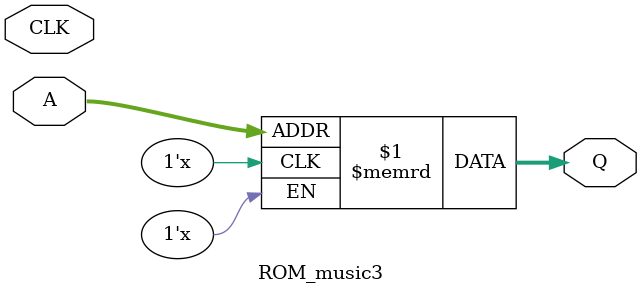
<source format=v>
module ROM_music3(output wire[3:0] Q,
                 input wire[7:0] A,
                 input wire CLK
);

reg [3:0] mem[0:247] /* synthesis ram_init_file="music3.mif" */;

assign Q = mem[A];

endmodule

</source>
